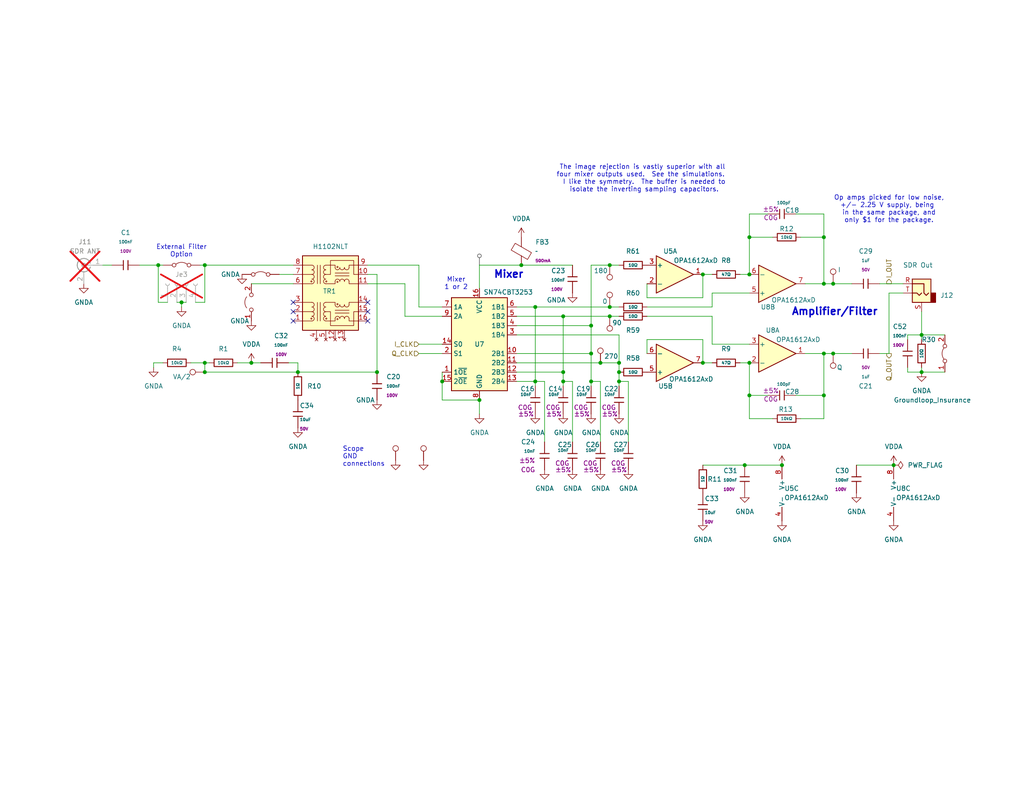
<source format=kicad_sch>
(kicad_sch (version 20250114) (generator "eeschema") (generator_version "9.0")
  (paper "USLetter")
  (title_block (date "2026-01-11") (rev "0.1"))
  (text "Mixer\n1 or 2" (at 124.46 77.47 0) (effects (font (size 1.27 1.27))))
  (text "Op amps picked for low noise,\n+/- 2.25 V supply, being \nin the same package, and\nonly $1 for the package." (at 242.57 57.15 0) (effects (font (size 1.27 1.27))))
  (text "External Filter\nOption" (at 49.53 68.58 0) (effects (font (size 1.27 1.27))))
  (text "The image rejection is vastly superior with all \nfour mixer outputs used.  See the simulations.  \nI like the symmetry.  The buffer is needed to\nisolate the inverting sampling capacitors." (at 175.768 48.768 0) (effects (font (size 1.27 1.27))))
  (text "Mixer" (at 134.62 76.2 0) (effects (font (size 2.0066 2.0066) (thickness 0.4013) (bold yes)) (justify left bottom)))
  (text "Scope \nGND\nconnections" (at 93.472 127.508 0) (effects (font (size 1.27 1.27)) (justify left bottom)))
  (text "Amplifier/Filter\n" (at 215.9 86.36 0) (effects (font (size 2.0066 2.0066) (thickness 0.4013) (bold yes)) (justify left bottom)))
  (junction (at 81.28 101.6))
  (junction (at 203.2 127))
  (junction (at 168.91 99.06))
  (junction (at 43.18 72.39))
  (junction (at 142.24 72.39))
  (junction (at 168.91 101.6))
  (junction (at 153.67 101.6))
  (junction (at 191.77 99.06))
  (junction (at 161.29 96.52))
  (junction (at 55.88 99.06))
  (junction (at 204.47 99.06))
  (junction (at 49.53 82.55))
  (junction (at 224.79 64.77))
  (junction (at 146.05 104.14))
  (junction (at 168.91 104.14))
  (junction (at 227.33 77.47))
  (junction (at 224.79 96.52))
  (junction (at 204.47 107.95))
  (junction (at 224.79 107.95))
  (junction (at 161.29 104.14))
  (junction (at 204.47 74.93))
  (junction (at 204.47 64.77))
  (junction (at 161.29 88.9))
  (junction (at 146.05 83.82))
  (junction (at 251.46 101.6))
  (junction (at 153.67 86.36))
  (junction (at 213.36 127))
  (junction (at 68.58 99.06))
  (junction (at 153.67 104.14))
  (junction (at 55.88 72.39))
  (junction (at 251.46 91.44))
  (junction (at 163.83 99.06))
  (junction (at 130.81 109.22))
  (junction (at 55.88 101.6))
  (junction (at 166.37 86.36))
  (junction (at 166.37 72.39))
  (junction (at 224.79 77.47))
  (junction (at 120.65 104.14))
  (junction (at 166.37 83.82))
  (junction (at 243.84 127))
  (junction (at 227.33 96.52))
  (junction (at 102.87 101.6))
  (junction (at 191.77 74.93))
  (no_connect (at 100.33 87.63))
  (no_connect (at 80.01 87.63))
  (no_connect (at 80.01 85.09))
  (no_connect (at 100.33 85.09))
  (no_connect (at 100.33 82.55))
  (no_connect (at 80.01 82.55))
  (wire (pts (xy 204.47 64.77) (xy 204.47 74.93)))
  (wire (pts (xy 176.53 86.36) (xy 194.31 86.36)))
  (wire (pts (xy 191.77 74.93) (xy 191.77 81.28)))
  (wire (pts (xy 140.97 86.36) (xy 153.67 86.36)))
  (wire (pts (xy 100.33 77.47) (xy 110.49 77.47)))
  (wire (pts (xy 224.79 58.42) (xy 224.79 64.77)))
  (wire (pts (xy 110.49 77.47) (xy 110.49 86.36)))
  (wire (pts (xy 120.65 109.22) (xy 130.81 109.22)))
  (wire (pts (xy 191.77 99.06) (xy 194.31 99.06)))
  (wire (pts (xy 110.49 86.36) (xy 120.65 86.36)))
  (wire (pts (xy 120.65 101.6) (xy 120.65 104.14)))
  (wire (pts (xy 194.31 86.36) (xy 194.31 93.98)))
  (wire (pts (xy 204.47 107.95) (xy 204.47 114.3)))
  (wire (pts (xy 102.87 101.6) (xy 81.28 101.6)))
  (wire (pts (xy 251.46 101.6) (xy 257.81 101.6)))
  (wire (pts (xy 55.88 99.06) (xy 57.15 99.06)))
  (wire (pts (xy 247.65 92.71) (xy 247.65 91.44)))
  (wire (pts (xy 204.47 114.3) (xy 210.82 114.3)))
  (wire (pts (xy 140.97 91.44) (xy 168.91 91.44)))
  (wire (pts (xy 161.29 72.39) (xy 166.37 72.39)))
  (wire (pts (xy 204.47 64.77) (xy 204.47 58.42)))
  (wire (pts (xy 240.03 77.47) (xy 246.38 77.47)))
  (wire (pts (xy 53.34 82.55) (xy 55.88 82.55)))
  (wire (pts (xy 140.97 101.6) (xy 153.67 101.6)))
  (wire (pts (xy 163.83 99.06) (xy 168.91 99.06)))
  (wire (pts (xy 224.79 107.95) (xy 224.79 114.3)))
  (wire (pts (xy 191.77 74.93) (xy 194.31 74.93)))
  (wire (pts (xy 130.81 78.74) (xy 130.81 72.39)))
  (wire (pts (xy 242.57 80.01) (xy 246.38 80.01)))
  (wire (pts (xy 45.72 82.55) (xy 43.18 82.55)))
  (wire (pts (xy 176.53 81.28) (xy 191.77 81.28)))
  (wire (pts (xy 146.05 83.82) (xy 146.05 104.14)))
  (wire (pts (xy 55.88 82.55) (xy 55.88 72.39)))
  (wire (pts (xy 161.29 88.9) (xy 161.29 72.39)))
  (wire (pts (xy 140.97 96.52) (xy 161.29 96.52)))
  (wire (pts (xy 168.91 105.41) (xy 168.91 104.14)))
  (wire (pts (xy 140.97 104.14) (xy 146.05 104.14)))
  (wire (pts (xy 227.33 77.47) (xy 232.41 77.47)))
  (wire (pts (xy 166.37 86.36) (xy 168.91 86.36)))
  (wire (pts (xy 251.46 92.71) (xy 251.46 91.44)))
  (wire (pts (xy 153.67 101.6) (xy 153.67 104.14)))
  (wire (pts (xy 191.77 92.71) (xy 176.53 92.71)))
  (wire (pts (xy 242.57 80.01) (xy 242.57 96.52)))
  (wire (pts (xy 191.77 127) (xy 203.2 127)))
  (wire (pts (xy 68.58 77.47) (xy 80.01 77.47)))
  (wire (pts (xy 148.59 120.65) (xy 148.59 104.14)))
  (wire (pts (xy 153.67 86.36) (xy 166.37 86.36)))
  (wire (pts (xy 168.91 99.06) (xy 168.91 101.6)))
  (wire (pts (xy 100.33 74.93) (xy 102.87 74.93)))
  (wire (pts (xy 161.29 105.41) (xy 161.29 104.14)))
  (wire (pts (xy 140.97 83.82) (xy 146.05 83.82)))
  (wire (pts (xy 227.33 96.52) (xy 232.41 96.52)))
  (wire (pts (xy 71.12 99.06) (xy 68.58 99.06)))
  (wire (pts (xy 224.79 107.95) (xy 224.79 96.52)))
  (wire (pts (xy 114.3 83.82) (xy 114.3 72.39)))
  (wire (pts (xy 217.17 107.95) (xy 224.79 107.95)))
  (wire (pts (xy 54.61 72.39) (xy 55.88 72.39)))
  (wire (pts (xy 257.81 91.44) (xy 251.46 91.44)))
  (wire (pts (xy 224.79 96.52) (xy 227.33 96.52)))
  (wire (pts (xy 156.21 120.65) (xy 156.21 104.14)))
  (wire (pts (xy 55.88 72.39) (xy 80.01 72.39)))
  (wire (pts (xy 153.67 86.36) (xy 153.67 101.6)))
  (wire (pts (xy 247.65 100.33) (xy 247.65 101.6)))
  (wire (pts (xy 251.46 100.33) (xy 251.46 101.6)))
  (wire (pts (xy 176.53 83.82) (xy 194.31 83.82)))
  (wire (pts (xy 218.44 64.77) (xy 224.79 64.77)))
  (wire (pts (xy 41.91 99.06) (xy 41.91 100.33)))
  (wire (pts (xy 194.31 80.01) (xy 204.47 80.01)))
  (wire (pts (xy 120.65 83.82) (xy 114.3 83.82)))
  (wire (pts (xy 146.05 104.14) (xy 146.05 105.41)))
  (wire (pts (xy 130.81 72.39) (xy 142.24 72.39)))
  (wire (pts (xy 41.91 99.06) (xy 44.45 99.06)))
  (wire (pts (xy 204.47 107.95) (xy 209.55 107.95)))
  (wire (pts (xy 81.28 99.06) (xy 81.28 101.6)))
  (wire (pts (xy 168.91 91.44) (xy 168.91 99.06)))
  (wire (pts (xy 201.93 74.93) (xy 204.47 74.93)))
  (wire (pts (xy 247.65 91.44) (xy 251.46 91.44)))
  (wire (pts (xy 55.88 99.06) (xy 52.07 99.06)))
  (wire (pts (xy 204.47 58.42) (xy 209.55 58.42)))
  (wire (pts (xy 203.2 127) (xy 213.36 127)))
  (wire (pts (xy 168.91 104.14) (xy 171.45 104.14)))
  (wire (pts (xy 130.81 109.22) (xy 130.81 113.03)))
  (wire (pts (xy 55.88 101.6) (xy 55.88 99.06)))
  (wire (pts (xy 166.37 83.82) (xy 168.91 83.82)))
  (wire (pts (xy 171.45 120.65) (xy 171.45 104.14)))
  (wire (pts (xy 76.2 74.93) (xy 80.01 74.93)))
  (wire (pts (xy 48.26 82.55) (xy 49.53 82.55)))
  (wire (pts (xy 43.18 82.55) (xy 43.18 72.39)))
  (wire (pts (xy 146.05 83.82) (xy 166.37 83.82)))
  (wire (pts (xy 217.17 58.42) (xy 224.79 58.42)))
  (wire (pts (xy 176.53 92.71) (xy 176.53 96.52)))
  (wire (pts (xy 161.29 104.14) (xy 161.29 96.52)))
  (wire (pts (xy 148.59 104.14) (xy 146.05 104.14)))
  (wire (pts (xy 247.65 101.6) (xy 251.46 101.6)))
  (wire (pts (xy 191.77 99.06) (xy 191.77 92.71)))
  (wire (pts (xy 224.79 77.47) (xy 227.33 77.47)))
  (wire (pts (xy 27.94 72.39) (xy 30.48 72.39)))
  (wire (pts (xy 233.68 127) (xy 243.84 127)))
  (wire (pts (xy 100.33 72.39) (xy 114.3 72.39)))
  (wire (pts (xy 114.3 96.52) (xy 120.65 96.52)))
  (wire (pts (xy 194.31 83.82) (xy 194.31 80.01)))
  (wire (pts (xy 49.53 82.55) (xy 50.8 82.55)))
  (wire (pts (xy 240.03 96.52) (xy 242.57 96.52)))
  (wire (pts (xy 102.87 74.93) (xy 102.87 101.6)))
  (wire (pts (xy 251.46 85.09) (xy 251.46 91.44)))
  (wire (pts (xy 114.3 93.98) (xy 120.65 93.98)))
  (wire (pts (xy 166.37 72.39) (xy 168.91 72.39)))
  (wire (pts (xy 176.53 77.47) (xy 176.53 81.28)))
  (wire (pts (xy 140.97 88.9) (xy 161.29 88.9)))
  (wire (pts (xy 43.18 72.39) (xy 44.45 72.39)))
  (wire (pts (xy 219.71 77.47) (xy 224.79 77.47)))
  (wire (pts (xy 219.71 96.52) (xy 224.79 96.52)))
  (wire (pts (xy 120.65 104.14) (xy 120.65 109.22)))
  (wire (pts (xy 163.83 104.14) (xy 161.29 104.14)))
  (wire (pts (xy 49.53 82.55) (xy 49.53 83.82)))
  (wire (pts (xy 156.21 104.14) (xy 153.67 104.14)))
  (wire (pts (xy 194.31 93.98) (xy 204.47 93.98)))
  (wire (pts (xy 78.74 99.06) (xy 81.28 99.06)))
  (wire (pts (xy 224.79 64.77) (xy 224.79 77.47)))
  (wire (pts (xy 161.29 96.52) (xy 161.29 88.9)))
  (wire (pts (xy 201.93 99.06) (xy 204.47 99.06)))
  (wire (pts (xy 218.44 114.3) (xy 224.79 114.3)))
  (wire (pts (xy 140.97 99.06) (xy 163.83 99.06)))
  (wire (pts (xy 204.47 64.77) (xy 210.82 64.77)))
  (wire (pts (xy 163.83 120.65) (xy 163.83 104.14)))
  (wire (pts (xy 142.24 72.39) (xy 156.21 72.39)))
  (wire (pts (xy 81.28 101.6) (xy 55.88 101.6)))
  (wire (pts (xy 204.47 99.06) (xy 204.47 107.95)))
  (wire (pts (xy 168.91 104.14) (xy 168.91 101.6)))
  (wire (pts (xy 64.77 99.06) (xy 68.58 99.06)))
  (wire (pts (xy 38.1 72.39) (xy 43.18 72.39)))
  (wire (pts (xy 153.67 104.14) (xy 153.67 105.41)))
  (hierarchical_label "I_OUT" (shape output) (at 242.57 77.47 90))
  (hierarchical_label "Q_CLK" (shape input) (at 114.3 96.52 180))
  (hierarchical_label "Q_OUT" (shape output) (at 242.57 96.52 270))
  (hierarchical_label "I_CLK" (shape input) (at 114.3 93.98 180))
  (netclass_flag "" (length 2.54) (shape round) (at 130.81 72.39 0) (property "Netclass" "5V0" (effects (hide yes))))
  (symbol (lib_id "power:GNDA") (at 68.58 87.63 0) (unit 1)
    (property "Reference" "#PWR021" (effects (hide yes)))
    (property "Value" "GNDA" (at 65.405 87.63 0))
  )
  (symbol (lib_id "power:VDDA") (at 142.24 64.77 0) (unit 1)
    (property "Reference" "#PWR028" (effects (hide yes)))
    (property "Value" "VDDA" (at 142.24 59.69 0))
  )
  (symbol (lib_id "power:GNDA") (at 171.45 128.27 0) (unit 1)
    (property "Reference" "#PWR037" (effects (hide yes)))
    (property "Value" "GNDA" (at 171.45 133.35 0))
  )
  (symbol (lib_name "GND_1") (lib_id "power:GND") (at 107.95 125.73 0) (unit 1)
    (property "Reference" "#PWR025" (effects (hide yes)))
    (property "Value" "GND" (effects (hide yes)))
  )
  (symbol (lib_id "PCM_JLCPCB-Capacitors:0603,330pF") (at 146.05 109.22 0) (unit 1)
    (property "Reference" "C16" (at 141.986 106.172 0) (effects (justify left)))
    (property "Value" "10nF" (at 141.986 107.696 0) (effects (font (size 0.8 0.8)) (justify left)))
    (property "Footprint" "PCM_JLCPCB:C_0603" (effects (hide yes)))
    (property "Datasheet" "10nF 50V C0G ±5% 0603 Multilayer Ceramic Capacitors MLCC - SMD/SMT ROHS" (effects (hide yes)))
    (property "Description" "50V 330pF C0G ±5% 0603 Multilayer Ceramic Capacitors MLCC - SMD/SMT ROHS" (effects (hide yes)))
    (property "LCSC" "C1664" (effects (hide yes)))
    (property "Stock" "352516" (effects (hide yes)))
    (property "Price" "0.010USD" (effects (hide yes)))
    (property "Process" "SMT" (effects (hide yes)))
    (property "Minimum Qty" "1" (effects (hide yes)))
    (property "Class" "Basic Component" (effects (hide yes)))
    (property "Category" "C0CG" (effects (hide yes)))
    (property "Voltage Rated" "50V" (effects (hide yes)))
    (property "Tolerance" "±5%" (at 143.51 113.03 0))
    (property "Capacitance" "10nF" (effects (hide yes)))
    (property "Temperature Coefficient" "C0G" (at 143.256 111.252 0))
  )
  (symbol (lib_id "PCM_JLCPCB-Capacitors:0603,330pF") (at 171.45 124.46 0) (unit 1)
    (property "Reference" "C27" (at 167.386 121.412 0) (effects (justify left)))
    (property "Value" "10nF" (at 167.386 122.936 0) (effects (font (size 0.8 0.8)) (justify left)))
    (property "Footprint" "PCM_JLCPCB:C_0603" (effects (hide yes)))
    (property "Datasheet" "10nF 50V C0G ±5% 0603 Multilayer Ceramic Capacitors MLCC - SMD/SMT ROHS" (effects (hide yes)))
    (property "Description" "50V 330pF C0G ±5% 0603 Multilayer Ceramic Capacitors MLCC - SMD/SMT ROHS" (effects (hide yes)))
    (property "LCSC" "C1664" (effects (hide yes)))
    (property "Stock" "352516" (effects (hide yes)))
    (property "Price" "0.010USD" (effects (hide yes)))
    (property "Process" "SMT" (effects (hide yes)))
    (property "Minimum Qty" "1" (effects (hide yes)))
    (property "Class" "Basic Component" (effects (hide yes)))
    (property "Category" "C0CG" (effects (hide yes)))
    (property "Voltage Rated" "50V" (effects (hide yes)))
    (property "Tolerance" "±5%" (at 168.91 128.27 0))
    (property "Capacitance" "10nF" (effects (hide yes)))
    (property "Temperature Coefficient" "C0G" (at 168.656 126.492 0))
  )
  (symbol (lib_id "Connector:Conn_Coaxial") (at 22.86 72.39 0) (mirror y) (unit 1) (dnp yes)
    (property "Reference" "J11" (at 23.1774 66.04 0))
    (property "Value" "SDR ANT" (at 23.1774 68.58 0))
    (property "Footprint" "Connector_Coaxial:BNC_TEConnectivity_1478204_Vertical" (effects (hide yes)))
  )
  (symbol (lib_id "PCM_JLCPCB-Resistors:0805,10kΩ") (at 48.26 99.06 90) (unit 1)
    (property "Reference" "R4" (at 48.26 95.25 90))
    (property "Value" "10kΩ" (at 48.26 99.06 90) (effects (font (size 0.8 0.8))))
    (property "Footprint" "PCM_JLCPCB:R_0805" (effects (hide yes)))
    (property "Datasheet" "https://www.lcsc.com/datasheet/lcsc_datasheet_2411221126_UNI-ROYAL-Uniroyal-Elec-0805W8F1002T5E_C17414.pdf" (effects (hide yes)))
    (property "Description" "125mW Thick Film Resistors 150V ±100ppm/°C ±1% 10kΩ 0805 Chip Resistor - Surface Mount ROHS" (effects (hide yes)))
    (property "LCSC" "C17414" (effects (hide yes)))
    (property "Stock" "12301172" (effects (hide yes)))
    (property "Price" "0.005USD" (effects (hide yes)))
    (property "Process" "SMT" (effects (hide yes)))
    (property "Minimum Qty" "20" (effects (hide yes)))
    (property "Attrition Qty" "10" (effects (hide yes)))
    (property "Class" "Basic Component" (effects (hide yes)))
    (property "Category" "Resistors,Chip Resistor - Surface Mount" (effects (hide yes)))
    (property "Manufacturer" "UNI-ROYAL(Uniroyal Elec)" (effects (hide yes)))
    (property "Part" "0805W8F1002T5E" (effects (hide yes)))
    (property "Resistance" "10kΩ" (effects (hide yes)))
    (property "Power(Watts)" "125mW" (effects (hide yes)))
    (property "Type" "Thick Film Resistors" (effects (hide yes)))
    (property "Overload Voltage (Max)" "150V" (effects (hide yes)))
    (property "Operating Temperature Range" "-55°C~+155°C" (effects (hide yes)))
    (property "Tolerance" "±1%" (effects (hide yes)))
    (property "Temperature Coefficient" "±100ppm/°C" (effects (hide yes)))
  )
  (symbol (lib_id "PCM_JLCPCB-Resistors:0402,10Ω") (at 172.72 72.39 90) (unit 1)
    (property "Reference" "R61" (at 172.72 68.58 90))
    (property "Value" "10Ω" (at 172.72 72.39 90) (effects (font (size 0.8 0.8))))
    (property "Footprint" "PCM_JLCPCB:R_0402" (effects (hide yes)))
    (property "Datasheet" "https://www.lcsc.com/datasheet/lcsc_datasheet_2411221126_UNI-ROYAL-Uniroyal-Elec-0402WGF100JTCE_C25077.pdf" (effects (hide yes)))
    (property "Description" "62.5mW Thick Film Resistors 50V ±1% ±200ppm/°C 10Ω 0402 Chip Resistor - Surface Mount ROHS" (effects (hide yes)))
    (property "LCSC" "C25077" (effects (hide yes)))
    (property "Stock" "4873481" (effects (hide yes)))
    (property "Price" "0.004USD" (effects (hide yes)))
    (property "Process" "SMT" (effects (hide yes)))
    (property "Minimum Qty" "20" (effects (hide yes)))
    (property "Attrition Qty" "10" (effects (hide yes)))
    (property "Class" "Basic Component" (effects (hide yes)))
    (property "Category" "Resistors,Chip Resistor - Surface Mount" (effects (hide yes)))
    (property "Manufacturer" "UNI-ROYAL(Uniroyal Elec)" (effects (hide yes)))
    (property "Part" "0402WGF100JTCE" (effects (hide yes)))
    (property "Resistance" "10Ω" (effects (hide yes)))
    (property "Power(Watts)" "62.5mW" (effects (hide yes)))
    (property "Type" "Thick Film Resistors" (effects (hide yes)))
    (property "Overload Voltage (Max)" "50V" (effects (hide yes)))
    (property "Operating Temperature Range" "-55°C~+155°C" (effects (hide yes)))
    (property "Tolerance" "±1%" (effects (hide yes)))
    (property "Temperature Coefficient" "±200ppm/°C" (effects (hide yes)))
  )
  (symbol (lib_id "Connector:TestPoint") (at 55.88 101.6 90) (unit 1)
    (property "Reference" "TP11" (effects (hide yes)))
    (property "Value" "VA/2" (at 52.07 102.87 90) (effects (justify left)))
    (property "Footprint" "TestPoint:TestPoint_THTPad_D1.5mm_Drill0.7mm" (effects (hide yes)))
  )
  (symbol (lib_id "Connector:TestPoint") (at 227.33 77.47 0) (unit 1)
    (property "Reference" "TP17" (effects (hide yes)))
    (property "Value" "I" (at 228.6 73.66 0) (effects (justify left)))
    (property "Footprint" "TestPoint:TestPoint_THTPad_D1.5mm_Drill0.7mm" (effects (hide yes)))
  )
  (symbol (lib_id "power:GNDA") (at 213.36 142.24 0) (unit 1)
    (property "Reference" "#PWR041" (effects (hide yes)))
    (property "Value" "GNDA" (at 213.36 147.32 0))
  )
  (symbol (lib_id "PCM_JLCPCB-Capacitors:0805,100nF") (at 233.68 130.81 180) (unit 1)
    (property "Reference" "C30" (at 227.838 128.5239 0) (effects (justify right)))
    (property "Value" "100nF" (at 227.838 131.064 0) (effects (font (size 0.8 0.8)) (justify right)))
    (property "Footprint" "PCM_JLCPCB:C_0805" (effects (hide yes)))
    (property "Datasheet" "https://www.lcsc.com/datasheet/lcsc_datasheet_2304140030_Samsung-Electro-Mechanics-CL21B104KCFNNNE_C28233.pdf" (effects (hide yes)))
    (property "Description" "100V 100nF X7R ±10% 0805 Multilayer Ceramic Capacitors MLCC - SMD/SMT ROHS" (effects (hide yes)))
    (property "LCSC" "C28233" (effects (hide yes)))
    (property "Stock" "1168020" (effects (hide yes)))
    (property "Price" "0.009USD" (effects (hide yes)))
    (property "Process" "SMT" (effects (hide yes)))
    (property "Minimum Qty" "20" (effects (hide yes)))
    (property "Attrition Qty" "10" (effects (hide yes)))
    (property "Class" "Basic Component" (effects (hide yes)))
    (property "Category" "Capacitors,Multilayer Ceramic Capacitors MLCC - SMD/SMT" (effects (hide yes)))
    (property "Manufacturer" "Samsung Electro-Mechanics" (effects (hide yes)))
    (property "Part" "CL21B104KCFNNNE" (effects (hide yes)))
    (property "Voltage Rated" "100V" (at 227.838 133.604 0) (effects (font (size 0.8 0.8)) (justify right)))
    (property "Tolerance" "±10%" (effects (hide yes)))
    (property "Capacitance" "100nF" (effects (hide yes)))
    (property "Temperature Coefficient" "X7R" (effects (hide yes)))
  )
  (symbol (lib_id "power:VDDA") (at 213.36 127 0) (unit 1)
    (property "Reference" "#PWR040" (effects (hide yes)))
    (property "Value" "VDDA" (at 213.36 121.92 0))
  )
  (symbol (lib_id "power:GNDA") (at 156.21 80.01 0) (unit 1)
    (property "Reference" "#PWR032" (effects (hide yes)))
    (property "Value" "GNDA" (at 151.765 81.915 0))
  )
  (symbol (lib_id "Transformer:PT61017PEL") (at 90.17 80.01 0) (unit 1)
    (property "Reference" "TR1" (at 89.916 79.502 0))
    (property "Value" "H1102NLT" (at 90.17 67.31 0))
    (property "Footprint" "Intro_to_CAD:XFMR_H1102NLT" (effects (hide yes)))
    (property "Datasheet" "https://jlcpcb.com/api/file/downloadByFileSystemAccessId/8590909348199538688" (effects (hide yes)))
    (property "Description" "Ethernet LAN 10/100 Base-Tx Transformer with Center Taps" (effects (hide yes)))
    (property "LCSC" "C20623173" (effects (hide yes)))
  )
  (symbol (lib_id "PCM_JLCPCB-Resistors:0805,47Ω") (at 198.12 74.93 90) (unit 1)
    (property "Reference" "R8" (at 198.12 71.12 90))
    (property "Value" "47Ω" (at 198.12 74.93 90) (effects (font (size 0.8 0.8))))
    (property "Footprint" "PCM_JLCPCB:R_0805" (effects (hide yes)))
    (property "Datasheet" "https://www.lcsc.com/datasheet/lcsc_datasheet_2206010200_UNI-ROYAL-Uniroyal-Elec-0805W8F470JT5E_C17714.pdf" (effects (hide yes)))
    (property "Description" "125mW Thick Film Resistors 150V ±1% ±200ppm/°C 47Ω 0805 Chip Resistor - Surface Mount ROHS" (effects (hide yes)))
    (property "LCSC" "C17714" (effects (hide yes)))
    (property "Stock" "284364" (effects (hide yes)))
    (property "Price" "0.005USD" (effects (hide yes)))
    (property "Process" "SMT" (effects (hide yes)))
    (property "Minimum Qty" "20" (effects (hide yes)))
    (property "Attrition Qty" "10" (effects (hide yes)))
    (property "Class" "Basic Component" (effects (hide yes)))
    (property "Category" "Resistors,Chip Resistor - Surface Mount" (effects (hide yes)))
    (property "Manufacturer" "UNI-ROYAL(Uniroyal Elec)" (effects (hide yes)))
    (property "Part" "0805W8F470JT5E" (effects (hide yes)))
    (property "Resistance" "47Ω" (effects (hide yes)))
    (property "Power(Watts)" "125mW" (effects (hide yes)))
    (property "Type" "Thick Film Resistors" (effects (hide yes)))
    (property "Overload Voltage (Max)" "150V" (effects (hide yes)))
    (property "Operating Temperature Range" "-55°C~+155°C" (effects (hide yes)))
    (property "Tolerance" "±1%" (effects (hide yes)))
    (property "Temperature Coefficient" "±200ppm/°C" (effects (hide yes)))
  )
  (symbol (lib_id "PCM_JLCPCB-Capacitors:0805,100nF") (at 74.93 99.06 90) (unit 1)
    (property "Reference" "C32" (at 76.708 91.694 90))
    (property "Value" "100nF" (at 76.708 94.234 90) (effects (font (size 0.8 0.8))))
    (property "Footprint" "PCM_JLCPCB:C_0805" (effects (hide yes)))
    (property "Datasheet" "https://www.lcsc.com/datasheet/lcsc_datasheet_2304140030_Samsung-Electro-Mechanics-CL21B104KCFNNNE_C28233.pdf" (effects (hide yes)))
    (property "Description" "100V 100nF X7R ±10% 0805 Multilayer Ceramic Capacitors MLCC - SMD/SMT ROHS" (effects (hide yes)))
    (property "LCSC" "C28233" (effects (hide yes)))
    (property "Stock" "1168020" (effects (hide yes)))
    (property "Price" "0.009USD" (effects (hide yes)))
    (property "Process" "SMT" (effects (hide yes)))
    (property "Minimum Qty" "20" (effects (hide yes)))
    (property "Attrition Qty" "10" (effects (hide yes)))
    (property "Class" "Basic Component" (effects (hide yes)))
    (property "Category" "Capacitors,Multilayer Ceramic Capacitors MLCC - SMD/SMT" (effects (hide yes)))
    (property "Manufacturer" "Samsung Electro-Mechanics" (effects (hide yes)))
    (property "Part" "CL21B104KCFNNNE" (effects (hide yes)))
    (property "Voltage Rated" "100V" (at 76.708 96.774 90) (effects (font (size 0.8 0.8))))
    (property "Tolerance" "±10%" (effects (hide yes)))
    (property "Capacitance" "100nF" (effects (hide yes)))
    (property "Temperature Coefficient" "X7R" (effects (hide yes)))
  )
  (symbol (lib_id "power:VDDA") (at 68.58 99.06 0) (unit 1)
    (property "Reference" "#PWR022" (effects (hide yes)))
    (property "Value" "VDDA" (at 68.58 93.98 0))
  )
  (symbol (lib_id "power:GNDA") (at 148.59 128.27 0) (unit 1)
    (property "Reference" "#PWR030" (effects (hide yes)))
    (property "Value" "GNDA" (at 148.59 133.35 0))
  )
  (symbol (lib_id "PCM_JLCPCB-Resistors:0805,10kΩ") (at 214.63 114.3 90) (unit 1)
    (property "Reference" "R13" (at 214.376 111.76 90))
    (property "Value" "10kΩ" (at 214.63 114.3 90) (effects (font (size 0.8 0.8))))
    (property "Footprint" "PCM_JLCPCB:R_0805" (effects (hide yes)))
    (property "Datasheet" "https://www.lcsc.com/datasheet/lcsc_datasheet_2411221126_UNI-ROYAL-Uniroyal-Elec-0805W8F1002T5E_C17414.pdf" (effects (hide yes)))
    (property "Description" "125mW Thick Film Resistors 150V ±100ppm/°C ±1% 10kΩ 0805 Chip Resistor - Surface Mount ROHS" (effects (hide yes)))
    (property "LCSC" "C17414" (effects (hide yes)))
    (property "Stock" "12301172" (effects (hide yes)))
    (property "Price" "0.005USD" (effects (hide yes)))
    (property "Process" "SMT" (effects (hide yes)))
    (property "Minimum Qty" "20" (effects (hide yes)))
    (property "Attrition Qty" "10" (effects (hide yes)))
    (property "Class" "Basic Component" (effects (hide yes)))
    (property "Category" "Resistors,Chip Resistor - Surface Mount" (effects (hide yes)))
    (property "Manufacturer" "UNI-ROYAL(Uniroyal Elec)" (effects (hide yes)))
    (property "Part" "0805W8F1002T5E" (effects (hide yes)))
    (property "Resistance" "10kΩ" (effects (hide yes)))
    (property "Power(Watts)" "125mW" (effects (hide yes)))
    (property "Type" "Thick Film Resistors" (effects (hide yes)))
    (property "Overload Voltage (Max)" "150V" (effects (hide yes)))
    (property "Operating Temperature Range" "-55°C~+155°C" (effects (hide yes)))
    (property "Tolerance" "±1%" (effects (hide yes)))
    (property "Temperature Coefficient" "±100ppm/°C" (effects (hide yes)))
  )
  (symbol (lib_id "PCM_JLCPCB-Capacitors:0805,100nF") (at 247.65 96.52 180) (unit 1)
    (property "Reference" "C52" (at 243.586 89.1539 0) (effects (justify right)))
    (property "Value" "100nF" (at 243.586 91.694 0) (effects (font (size 0.8 0.8)) (justify right)))
    (property "Footprint" "PCM_JLCPCB:C_0805" (effects (hide yes)))
    (property "Datasheet" "https://www.lcsc.com/datasheet/lcsc_datasheet_2304140030_Samsung-Electro-Mechanics-CL21B104KCFNNNE_C28233.pdf" (effects (hide yes)))
    (property "Description" "100V 100nF X7R ±10% 0805 Multilayer Ceramic Capacitors MLCC - SMD/SMT ROHS" (effects (hide yes)))
    (property "LCSC" "C28233" (effects (hide yes)))
    (property "Stock" "1168020" (effects (hide yes)))
    (property "Price" "0.009USD" (effects (hide yes)))
    (property "Process" "SMT" (effects (hide yes)))
    (property "Minimum Qty" "20" (effects (hide yes)))
    (property "Attrition Qty" "10" (effects (hide yes)))
    (property "Class" "Basic Component" (effects (hide yes)))
    (property "Category" "Capacitors,Multilayer Ceramic Capacitors MLCC - SMD/SMT" (effects (hide yes)))
    (property "Manufacturer" "Samsung Electro-Mechanics" (effects (hide yes)))
    (property "Part" "CL21B104KCFNNNE" (effects (hide yes)))
    (property "Voltage Rated" "100V" (at 243.586 94.234 0) (effects (font (size 0.8 0.8)) (justify right)))
    (property "Tolerance" "±10%" (effects (hide yes)))
    (property "Capacitance" "100nF" (effects (hide yes)))
    (property "Temperature Coefficient" "X7R" (effects (hide yes)))
  )
  (symbol (lib_id "PCM_JLCPCB-Capacitors:1206,10uF") (at 81.28 113.03 0) (unit 1)
    (property "Reference" "C34" (at 81.788 110.744 0) (effects (justify left)))
    (property "Value" "10uF" (at 81.788 114.554 0) (effects (font (size 0.8 0.8)) (justify left)))
    (property "Footprint" "PCM_JLCPCB:C_1206" (effects (hide yes)))
    (property "Datasheet" "https://www.lcsc.com/datasheet/lcsc_datasheet_2304140030_Samsung-Electro-Mechanics-CL31A106KBHNNNE_C13585.pdf" (effects (hide yes)))
    (property "Description" "50V 10uF X5R ±10% 1206 Multilayer Ceramic Capacitors MLCC - SMD/SMT ROHS" (effects (hide yes)))
    (property "LCSC" "C13585" (effects (hide yes)))
    (property "Stock" "3698334" (effects (hide yes)))
    (property "Price" "0.035USD" (effects (hide yes)))
    (property "Process" "SMT" (effects (hide yes)))
    (property "Minimum Qty" "5" (effects (hide yes)))
    (property "Attrition Qty" "4" (effects (hide yes)))
    (property "Class" "Basic Component" (effects (hide yes)))
    (property "Category" "Capacitors,Multilayer Ceramic Capacitors MLCC - SMD/SMT" (effects (hide yes)))
    (property "Manufacturer" "Samsung Electro-Mechanics" (effects (hide yes)))
    (property "Part" "CL31A106KBHNNNE" (effects (hide yes)))
    (property "Voltage Rated" "50V" (at 81.788 117.094 0) (effects (font (size 0.8 0.8)) (justify left)))
    (property "Tolerance" "±10%" (effects (hide yes)))
    (property "Capacitance" "10uF" (effects (hide yes)))
    (property "Temperature Coefficient" "X5R" (effects (hide yes)))
  )
  (symbol (lib_id "power:GNDA") (at 233.68 134.62 0) (unit 1)
    (property "Reference" "#PWR042" (effects (hide yes)))
    (property "Value" "GNDA" (at 233.68 139.7 0))
  )
  (symbol (lib_id "Jumper:Jumper_2_Bridged") (at 49.53 72.39 0) (unit 1) (exclude_from_sim yes)
    (property "Reference" "JP86" (effects (hide yes)))
    (property "Value" "Jumper_2_Bridged" (effects (hide yes)))
    (property "Footprint" "Jumper:SolderJumper-2_P1.3mm_Bridged2Bar_RoundedPad1.0x1.5mm" (effects (hide yes)))
    (property "Description" "Jumper, 2-pole, closed/bridged" (effects (hide yes)))
  )
  (symbol (lib_id "power:GNDA") (at 203.2 134.62 0) (unit 1)
    (property "Reference" "#PWR039" (effects (hide yes)))
    (property "Value" "GNDA" (at 203.2 139.7 0))
  )
  (symbol (lib_id "Jumper:Jumper_2_Open") (at 68.58 82.55 90) (unit 1)
    (property "Reference" "JP88" (effects (hide yes)))
    (property "Value" "GND_LP_SND" (effects (hide yes)))
    (property "Footprint" "Jumper:SolderJumper-2_P1.3mm_Open_RoundedPad1.0x1.5mm" (effects (hide yes)))
  )
  (symbol (lib_id "Connector_Audio:AudioJack2_Ground") (at 251.46 80.01 0) (mirror y) (unit 1)
    (property "Reference" "J12" (at 256.54 80.645 0) (effects (justify right)))
    (property "Value" "SDR Out" (at 246.38 72.39 0) (effects (justify right)))
    (property "Footprint" "Intro_to_CAD:Jack_3.5mm_CUI_SJ-3523-SMT_Horizontal" (effects (hide yes)))
    (property "Datasheet" "https://www.lcsc.com/datasheet/lcsc_datasheet_1811132022_BOOMELE-Boom-Precision-Elec-PJ-320B_C18594.pdf" (effects (hide yes)))
    (property "LCSC" "C18594" (effects (hide yes)))
  )
  (symbol (lib_id "Connector:TestPoint") (at 166.37 83.82 0) (unit 1)
    (property "Reference" "TP14" (effects (hide yes)))
    (property "Value" "0" (at 164.338 82.296 0) (effects (justify left)))
    (property "Footprint" "TestPoint:TestPoint_THTPad_D1.5mm_Drill0.7mm" (effects (hide yes)))
  )
  (symbol (lib_id "PCM_JLCPCB-Capacitors:0805,100nF") (at 102.87 105.41 180) (unit 1)
    (property "Reference" "C20" (at 105.41 102.8699 0) (effects (justify right)))
    (property "Value" "100nF" (at 105.41 105.41 0) (effects (font (size 0.8 0.8)) (justify right)))
    (property "Footprint" "PCM_JLCPCB:C_0805" (effects (hide yes)))
    (property "Datasheet" "https://www.lcsc.com/datasheet/lcsc_datasheet_2304140030_Samsung-Electro-Mechanics-CL21B104KCFNNNE_C28233.pdf" (effects (hide yes)))
    (property "Description" "100V 100nF X7R ±10% 0805 Multilayer Ceramic Capacitors MLCC - SMD/SMT ROHS" (effects (hide yes)))
    (property "LCSC" "C28233" (effects (hide yes)))
    (property "Stock" "1168020" (effects (hide yes)))
    (property "Price" "0.009USD" (effects (hide yes)))
    (property "Process" "SMT" (effects (hide yes)))
    (property "Minimum Qty" "20" (effects (hide yes)))
    (property "Attrition Qty" "10" (effects (hide yes)))
    (property "Class" "Basic Component" (effects (hide yes)))
    (property "Category" "Capacitors,Multilayer Ceramic Capacitors MLCC - SMD/SMT" (effects (hide yes)))
    (property "Manufacturer" "Samsung Electro-Mechanics" (effects (hide yes)))
    (property "Part" "CL21B104KCFNNNE" (effects (hide yes)))
    (property "Voltage Rated" "100V" (at 105.41 107.95 0) (effects (font (size 0.8 0.8)) (justify right)))
    (property "Tolerance" "±10%" (effects (hide yes)))
    (property "Capacitance" "100nF" (effects (hide yes)))
    (property "Temperature Coefficient" "X7R" (effects (hide yes)))
  )
  (symbol (lib_id "PCM_JLCPCB-Capacitors:0805,1uF") (at 236.22 96.52 270) (unit 1)
    (property "Reference" "C21" (at 236.22 105.41 90))
    (property "Value" "1uF" (at 236.22 102.87 90) (effects (font (size 0.8 0.8))))
    (property "Footprint" "PCM_JLCPCB:C_0805" (effects (hide yes)))
    (property "Datasheet" "https://www.lcsc.com/datasheet/lcsc_datasheet_2304140030_Samsung-Electro-Mechanics-CL21B105KBFNNNE_C28323.pdf" (effects (hide yes)))
    (property "Description" "50V 1uF X7R ±10% 0805 Multilayer Ceramic Capacitors MLCC - SMD/SMT ROHS" (effects (hide yes)))
    (property "LCSC" "C28323" (effects (hide yes)))
    (property "Stock" "4334256" (effects (hide yes)))
    (property "Price" "0.012USD" (effects (hide yes)))
    (property "Process" "SMT" (effects (hide yes)))
    (property "Minimum Qty" "20" (effects (hide yes)))
    (property "Attrition Qty" "10" (effects (hide yes)))
    (property "Class" "Basic Component" (effects (hide yes)))
    (property "Category" "Capacitors,Multilayer Ceramic Capacitors MLCC - SMD/SMT" (effects (hide yes)))
    (property "Manufacturer" "Samsung Electro-Mechanics" (effects (hide yes)))
    (property "Part" "CL21B105KBFNNNE" (effects (hide yes)))
    (property "Voltage Rated" "50V" (at 236.22 100.33 90) (effects (font (size 0.8 0.8))))
    (property "Tolerance" "±10%" (effects (hide yes)))
    (property "Capacitance" "1uF" (effects (hide yes)))
    (property "Temperature Coefficient" "X7R" (effects (hide yes)))
  )
  (symbol (lib_name "GND_1") (lib_id "power:GND") (at 115.57 125.73 0) (unit 1)
    (property "Reference" "#PWR026" (effects (hide yes)))
    (property "Value" "GND" (effects (hide yes)))
  )
  (symbol (lib_id "Amplifier_Operational:OPA1612AxD") (at 215.9 134.62 0) (unit 3)
    (property "Reference" "U5" (at 213.995 133.3499 0) (effects (justify left)))
    (property "Value" "OPA1612AxD" (at 213.995 135.8899 0) (effects (justify left)))
    (property "Footprint" "Package_SO:SOIC-8_3.9x4.9mm_P1.27mm" (effects (hide yes)))
    (property "Datasheet" "http://www.ti.com/lit/ds/symlink/opa1612.pdf" (effects (hide yes)))
    (property "Description" "Dual SoundPlus High Performance, Bipolar-Input Audio Operational Amplifiers, SOIC-8" (effects (hide yes)))
    (property "LCSC" "C94590" (effects (hide yes)))
    (property "JLC" "Extended" (effects (hide yes)))
    (property "JLCPCB Rotation Offset" "-90" (effects (hide yes)))
  )
  (symbol (lib_id "Connector:TestPoint") (at 163.83 99.06 0) (unit 1)
    (property "Reference" "TP7" (effects (hide yes)))
    (property "Value" "270" (at 164.846 97.282 0) (effects (justify left)))
    (property "Footprint" "TestPoint:TestPoint_THTPad_D1.5mm_Drill0.7mm" (effects (hide yes)))
  )
  (symbol (lib_id "power:GNDA") (at 130.81 113.03 0) (unit 1)
    (property "Reference" "#PWR027" (effects (hide yes)))
    (property "Value" "GNDA" (at 130.81 118.11 0))
  )
  (symbol (lib_id "Analog_Switch:SN74CBT3253") (at 130.81 93.98 0) (unit 1)
    (property "Reference" "U7" (at 130.81 93.98 0))
    (property "Value" "SN74CBT3253" (at 138.684 79.756 0))
    (property "Footprint" "Package_SO:SSOP-16_3.9x4.9mm_P0.635mm" (effects (hide yes)))
    (property "Datasheet" "https://jlcpcb.com/api/file/downloadByFileSystemAccessId/8588924046305714177" (effects (hide yes)))
    (property "LCSC" "C2674583" (effects (hide yes)))
    (property "JLC" "Extended" (effects (hide yes)))
    (property "JLCPCB Rotation Offset" "0" (effects (hide yes)))
  )
  (symbol (lib_id "PCM_JLCPCB-Resistors:0603,10Ω") (at 251.46 96.52 0) (unit 1)
    (property "Reference" "R30" (at 251.46 92.71 0) (effects (justify left)))
    (property "Value" "10Ω" (at 251.46 96.52 90) (effects (font (size 0.8 0.8))))
    (property "Footprint" "PCM_JLCPCB:R_0603" (effects (hide yes)))
    (property "Datasheet" "https://www.lcsc.com/datasheet/lcsc_datasheet_2206010130_UNI-ROYAL-Uniroyal-Elec-0603WAF100JT5E_C22859.pdf" (effects (hide yes)))
    (property "Description" "100mW Thick Film Resistors 75V ±1% ±400ppm/°C 10Ω 0603 Chip Resistor - Surface Mount ROHS" (effects (hide yes)))
    (property "LCSC" "C22859" (effects (hide yes)))
    (property "Stock" "5764851" (effects (hide yes)))
    (property "Price" "0.004USD" (effects (hide yes)))
    (property "Process" "SMT" (effects (hide yes)))
    (property "Minimum Qty" "20" (effects (hide yes)))
    (property "Attrition Qty" "10" (effects (hide yes)))
    (property "Class" "Basic Component" (effects (hide yes)))
    (property "Category" "Resistors,Chip Resistor - Surface Mount" (effects (hide yes)))
    (property "Manufacturer" "UNI-ROYAL(Uniroyal Elec)" (effects (hide yes)))
    (property "Part" "0603WAF100JT5E" (effects (hide yes)))
    (property "Resistance" "10Ω" (effects (hide yes)))
    (property "Power(Watts)" "100mW" (effects (hide yes)))
    (property "Type" "Thick Film Resistors" (effects (hide yes)))
    (property "Overload Voltage (Max)" "75V" (effects (hide yes)))
    (property "Operating Temperature Range" "-55°C~+155°C" (effects (hide yes)))
    (property "Tolerance" "±1%" (effects (hide yes)))
    (property "Temperature Coefficient" "±400ppm/°C" (effects (hide yes)))
  )
  (symbol (lib_id "PCM_JLCPCB-Resistors:0805,1Ω") (at 81.28 105.41 0) (unit 1)
    (property "Reference" "R10" (at 83.82 105.4099 0) (effects (justify left)))
    (property "Value" "1Ω" (at 81.28 105.41 90) (effects (font (size 0.8 0.8))))
    (property "Footprint" "PCM_JLCPCB:R_0805" (effects (hide yes)))
    (property "Datasheet" "https://www.lcsc.com/datasheet/lcsc_datasheet_2205311845_UNI-ROYAL-Uniroyal-Elec-0805W8F100KT5E_C25271.pdf" (effects (hide yes)))
    (property "Description" "125mW Thick Film Resistors 150V ±1% ±400ppm/°C 1Ω 0805 Chip Resistor - Surface Mount ROHS" (effects (hide yes)))
    (property "LCSC" "C25271" (effects (hide yes)))
    (property "Stock" "413540" (effects (hide yes)))
    (property "Price" "0.006USD" (effects (hide yes)))
    (property "Process" "SMT" (effects (hide yes)))
    (property "Minimum Qty" "20" (effects (hide yes)))
    (property "Attrition Qty" "10" (effects (hide yes)))
    (property "Class" "Basic Component" (effects (hide yes)))
    (property "Category" "Resistors,Chip Resistor - Surface Mount" (effects (hide yes)))
    (property "Manufacturer" "UNI-ROYAL(Uniroyal Elec)" (effects (hide yes)))
    (property "Part" "0805W8F100KT5E" (effects (hide yes)))
    (property "Resistance" "1Ω" (effects (hide yes)))
    (property "Power(Watts)" "125mW" (effects (hide yes)))
    (property "Type" "Thick Film Resistors" (effects (hide yes)))
    (property "Overload Voltage (Max)" "150V" (effects (hide yes)))
    (property "Operating Temperature Range" "-55°C~+155°C" (effects (hide yes)))
    (property "Tolerance" "±1%" (effects (hide yes)))
    (property "Temperature Coefficient" "±400ppm/°C" (effects (hide yes)))
  )
  (symbol (lib_id "PCM_JLCPCB-Capacitors:0603,330pF") (at 148.59 124.46 0) (unit 1)
    (property "Reference" "C24" (at 146.05 120.6499 0) (effects (justify right)))
    (property "Value" "10nF" (at 146.05 123.19 0) (effects (font (size 0.8 0.8)) (justify right)))
    (property "Footprint" "PCM_JLCPCB:C_0603" (effects (hide yes)))
    (property "Datasheet" "10nF 50V C0G ±5% 0603 Multilayer Ceramic Capacitors MLCC - SMD/SMT ROHS" (effects (hide yes)))
    (property "Description" "50V 330pF C0G ±5% 0603 Multilayer Ceramic Capacitors MLCC - SMD/SMT ROHS" (effects (hide yes)))
    (property "LCSC" "C1664" (effects (hide yes)))
    (property "Stock" "352516" (effects (hide yes)))
    (property "Price" "0.010USD" (effects (hide yes)))
    (property "Process" "SMT" (effects (hide yes)))
    (property "Minimum Qty" "1" (effects (hide yes)))
    (property "Class" "Basic Component" (effects (hide yes)))
    (property "Category" "C0CG" (effects (hide yes)))
    (property "Voltage Rated" "50V" (effects (hide yes)))
    (property "Tolerance" "±5%" (at 146.05 125.7299 0) (effects (justify right)))
    (property "Capacitance" "10nF" (effects (hide yes)))
    (property "Temperature Coefficient" "C0G" (at 146.05 128.2699 0) (effects (justify right)))
  )
  (symbol (lib_id "PCM_JLCPCB-Capacitors:0603,330pF") (at 163.83 124.46 0) (unit 1)
    (property "Reference" "C26" (at 159.766 121.412 0) (effects (justify left)))
    (property "Value" "10nF" (at 159.766 122.936 0) (effects (font (size 0.8 0.8)) (justify left)))
    (property "Footprint" "PCM_JLCPCB:C_0603" (effects (hide yes)))
    (property "Datasheet" "10nF 50V C0G ±5% 0603 Multilayer Ceramic Capacitors MLCC - SMD/SMT ROHS" (effects (hide yes)))
    (property "Description" "50V 330pF C0G ±5% 0603 Multilayer Ceramic Capacitors MLCC - SMD/SMT ROHS" (effects (hide yes)))
    (property "LCSC" "C1664" (effects (hide yes)))
    (property "Stock" "352516" (effects (hide yes)))
    (property "Price" "0.010USD" (effects (hide yes)))
    (property "Process" "SMT" (effects (hide yes)))
    (property "Minimum Qty" "1" (effects (hide yes)))
    (property "Class" "Basic Component" (effects (hide yes)))
    (property "Category" "C0CG" (effects (hide yes)))
    (property "Voltage Rated" "50V" (effects (hide yes)))
    (property "Tolerance" "±5%" (at 161.29 128.27 0))
    (property "Capacitance" "10nF" (effects (hide yes)))
    (property "Temperature Coefficient" "C0G" (at 161.036 126.492 0))
  )
  (symbol (lib_id "Connector:Conn_01x04_Socket") (at 48.26 77.47 90) (unit 1) (dnp yes)
    (property "Reference" "Je3" (at 49.53 74.93 90))
    (property "Value" "Filter" (effects (hide yes)))
    (property "Footprint" "Connector_PinHeader_2.54mm:PinHeader_1x04_P2.54mm_Vertical" (effects (hide yes)))
    (property "Datasheet" "https://opencoursehub.cs.sfu.ca/bfraser/grav-cms/cmpt433/links/files/2022-student-howtos/RCWL-1601UltrasonicDistanceSensor.pdf" (effects (hide yes)))
    (property "Description" "Generic connector, single row, 01x04, script generated" (effects (hide yes)))
    (property "LCSC" "C2718488" (effects (hide yes)))
  )
  (symbol (lib_id "PCM_JLCPCB-Inductors:Ferrite,0805,(2)") (at 142.24 68.58 180) (unit 1)
    (property "Reference" "FB3" (at 146.05 66.0907 0) (effects (justify right)))
    (property "Value" "~" (at 146.05 68.6308 0) (effects (font (size 0.8 0.8)) (justify right)))
    (property "Footprint" "PCM_JLCPCB:FB_0805" (effects (hide yes)))
    (property "Datasheet" "https://www.lcsc.com/datasheet/lcsc_datasheet_2310301640_Sunlord-GZ2012D601TF_C1017.pdf" (effects (hide yes)))
    (property "Description" "300mΩ ±25% 600Ω@100MHz 0805 Ferrite Beads ROHS" (effects (hide yes)))
    (property "LCSC" "C1017" (effects (hide yes)))
    (property "Stock" "519189" (effects (hide yes)))
    (property "Price" "0.016USD" (effects (hide yes)))
    (property "Process" "SMT" (effects (hide yes)))
    (property "Minimum Qty" "20" (effects (hide yes)))
    (property "Attrition Qty" "10" (effects (hide yes)))
    (property "Class" "Basic Component" (effects (hide yes)))
    (property "Category" "Filters/EMI Optimization,Ferrite Beads" (effects (hide yes)))
    (property "Manufacturer" "Sunlord" (effects (hide yes)))
    (property "Part" "GZ2012D601TF" (effects (hide yes)))
    (property "DC Resistance" "300mΩ" (effects (hide yes)))
    (property "Impedance @ Frequency" "600Ω@100MHz" (effects (hide yes)))
    (property "Circuits" "1" (effects (hide yes)))
    (property "Current Rating" "500mA" (at 146.05 71.1708 0) (effects (font (size 0.8 0.8)) (justify right)))
    (property "Tolerance" "±25%" (effects (hide yes)))
  )
  (symbol (lib_id "PCM_JLCPCB-Capacitors:0805,100pF") (at 213.36 58.42 90) (unit 1)
    (property "Reference" "C18" (at 216.154 57.404 90))
    (property "Value" "100pF" (at 213.868 55.372 90) (effects (font (size 0.8 0.8))))
    (property "Footprint" "PCM_JLCPCB:C_0805" (effects (hide yes)))
    (property "Datasheet" "https://www.lcsc.com/datasheet/lcsc_datasheet_2304140030_Samsung-Electro-Mechanics-CL21C101JBANNNC_C1790.pdf" (effects (hide yes)))
    (property "Description" "50V 100pF C0G ±5% 0805 Multilayer Ceramic Capacitors MLCC - SMD/SMT ROHS" (effects (hide yes)))
    (property "LCSC" "C1790" (effects (hide yes)))
    (property "Stock" "479585" (effects (hide yes)))
    (property "Price" "0.011USD" (effects (hide yes)))
    (property "Process" "SMT" (effects (hide yes)))
    (property "Minimum Qty" "20" (effects (hide yes)))
    (property "Attrition Qty" "10" (effects (hide yes)))
    (property "Class" "Basic Component" (effects (hide yes)))
    (property "Category" "Capacitors,Multilayer Ceramic Capacitors MLCC - SMD/SMT" (effects (hide yes)))
    (property "Manufacturer" "Samsung Electro-Mechanics" (effects (hide yes)))
    (property "Part" "CL21C101JBANNNC" (effects (hide yes)))
    (property "Voltage Rated" "50V" (effects (hide yes)))
    (property "Tolerance" "±5%" (at 210.312 57.15 90))
    (property "Capacitance" "100pF" (effects (hide yes)))
    (property "Temperature Coefficient" "C0G" (at 210.312 59.436 90))
  )
  (symbol (lib_id "power:GNDA") (at 41.91 100.33 0) (unit 1)
    (property "Reference" "#PWR018" (effects (hide yes)))
    (property "Value" "GNDA" (at 41.91 105.41 0))
  )
  (symbol (lib_id "PCM_JLCPCB-Resistors:0805,1Ω") (at 191.77 130.81 0) (unit 1)
    (property "Reference" "R11" (at 193.04 130.81 0) (effects (justify left)))
    (property "Value" "1Ω" (at 191.77 130.81 90) (effects (font (size 0.8 0.8))))
    (property "Footprint" "PCM_JLCPCB:R_0805" (effects (hide yes)))
    (property "Datasheet" "https://www.lcsc.com/datasheet/lcsc_datasheet_2205311845_UNI-ROYAL-Uniroyal-Elec-0805W8F100KT5E_C25271.pdf" (effects (hide yes)))
    (property "Description" "125mW Thick Film Resistors 150V ±1% ±400ppm/°C 1Ω 0805 Chip Resistor - Surface Mount ROHS" (effects (hide yes)))
    (property "LCSC" "C25271" (effects (hide yes)))
    (property "Stock" "413540" (effects (hide yes)))
    (property "Price" "0.006USD" (effects (hide yes)))
    (property "Process" "SMT" (effects (hide yes)))
    (property "Minimum Qty" "20" (effects (hide yes)))
    (property "Attrition Qty" "10" (effects (hide yes)))
    (property "Class" "Basic Component" (effects (hide yes)))
    (property "Category" "Resistors,Chip Resistor - Surface Mount" (effects (hide yes)))
    (property "Manufacturer" "UNI-ROYAL(Uniroyal Elec)" (effects (hide yes)))
    (property "Part" "0805W8F100KT5E" (effects (hide yes)))
    (property "Resistance" "1Ω" (effects (hide yes)))
    (property "Power(Watts)" "125mW" (effects (hide yes)))
    (property "Type" "Thick Film Resistors" (effects (hide yes)))
    (property "Overload Voltage (Max)" "150V" (effects (hide yes)))
    (property "Operating Temperature Range" "-55°C~+155°C" (effects (hide yes)))
    (property "Tolerance" "±1%" (effects (hide yes)))
    (property "Temperature Coefficient" "±400ppm/°C" (effects (hide yes)))
  )
  (symbol (lib_id "Connector:TestPoint") (at 166.37 72.39 180) (unit 1)
    (property "Reference" "TP6" (effects (hide yes)))
    (property "Value" "180" (at 165.862 73.914 0) (effects (justify left)))
    (property "Footprint" "TestPoint:TestPoint_THTPad_D1.5mm_Drill0.7mm" (effects (hide yes)))
  )
  (symbol (lib_id "PCM_JLCPCB-Resistors:0402,10Ω") (at 172.72 101.6 90) (unit 1)
    (property "Reference" "R58" (at 172.72 97.79 90))
    (property "Value" "10Ω" (at 172.72 101.6 90) (effects (font (size 0.8 0.8))))
    (property "Footprint" "PCM_JLCPCB:R_0402" (effects (hide yes)))
    (property "Datasheet" "https://www.lcsc.com/datasheet/lcsc_datasheet_2411221126_UNI-ROYAL-Uniroyal-Elec-0402WGF100JTCE_C25077.pdf" (effects (hide yes)))
    (property "Description" "62.5mW Thick Film Resistors 50V ±1% ±200ppm/°C 10Ω 0402 Chip Resistor - Surface Mount ROHS" (effects (hide yes)))
    (property "LCSC" "C25077" (effects (hide yes)))
    (property "Stock" "4873481" (effects (hide yes)))
    (property "Price" "0.004USD" (effects (hide yes)))
    (property "Process" "SMT" (effects (hide yes)))
    (property "Minimum Qty" "20" (effects (hide yes)))
    (property "Attrition Qty" "10" (effects (hide yes)))
    (property "Class" "Basic Component" (effects (hide yes)))
    (property "Category" "Resistors,Chip Resistor - Surface Mount" (effects (hide yes)))
    (property "Manufacturer" "UNI-ROYAL(Uniroyal Elec)" (effects (hide yes)))
    (property "Part" "0402WGF100JTCE" (effects (hide yes)))
    (property "Resistance" "10Ω" (effects (hide yes)))
    (property "Power(Watts)" "62.5mW" (effects (hide yes)))
    (property "Type" "Thick Film Resistors" (effects (hide yes)))
    (property "Overload Voltage (Max)" "50V" (effects (hide yes)))
    (property "Operating Temperature Range" "-55°C~+155°C" (effects (hide yes)))
    (property "Tolerance" "±1%" (effects (hide yes)))
    (property "Temperature Coefficient" "±200ppm/°C" (effects (hide yes)))
  )
  (symbol (lib_id "power:GNDA") (at 49.53 83.82 0) (unit 1)
    (property "Reference" "#PWR019" (effects (hide yes)))
    (property "Value" "GNDA" (at 49.53 88.9 0))
  )
  (symbol (lib_id "Amplifier_Operational:OPA1612AxD") (at 184.15 74.93 0) (unit 1)
    (property "Reference" "U5" (at 182.88 68.58 0))
    (property "Value" "OPA1612AxD" (at 189.865 71.12 0))
    (property "Footprint" "Package_SO:SOIC-8_3.9x4.9mm_P1.27mm" (effects (hide yes)))
    (property "Datasheet" "http://www.ti.com/lit/ds/symlink/opa1612.pdf" (effects (hide yes)))
    (property "Description" "Dual SoundPlus High Performance, Bipolar-Input Audio Operational Amplifiers, SOIC-8" (effects (hide yes)))
    (property "LCSC" "C94590" (effects (hide yes)))
    (property "JLC" "Extended" (effects (hide yes)))
    (property "JLCPCB Rotation Offset" "-90" (effects (hide yes)))
  )
  (symbol (lib_id "power:GNDA") (at 22.86 77.47 0) (unit 1)
    (property "Reference" "#PWR017" (effects (hide yes)))
    (property "Value" "GNDA" (at 22.86 82.55 0))
  )
  (symbol (lib_id "power:PWR_FLAG") (at 243.84 127 270) (unit 1)
    (property "Reference" "#FLG01" (effects (hide yes)))
    (property "Value" "PWR_FLAG" (at 247.65 127 90) (effects (justify left)))
  )
  (symbol (lib_id "power:GNDA") (at 163.83 128.27 0) (unit 1)
    (property "Reference" "#PWR035" (effects (hide yes)))
    (property "Value" "GNDA" (at 163.83 133.35 0))
  )
  (symbol (lib_id "power:GNDA") (at 161.29 113.03 0) (unit 1)
    (property "Reference" "#PWR034" (effects (hide yes)))
    (property "Value" "GNDA" (at 161.29 118.11 0))
  )
  (symbol (lib_id "power:GNDA") (at 81.28 116.84 0) (unit 1)
    (property "Reference" "#PWR023" (effects (hide yes)))
    (property "Value" "GNDA" (at 81.28 121.92 0))
  )
  (symbol (lib_id "PCM_JLCPCB-Capacitors:0603,330pF") (at 161.29 109.22 0) (unit 1)
    (property "Reference" "C19" (at 157.226 106.172 0) (effects (justify left)))
    (property "Value" "10nF" (at 157.226 107.696 0) (effects (font (size 0.8 0.8)) (justify left)))
    (property "Footprint" "PCM_JLCPCB:C_0603" (effects (hide yes)))
    (property "Datasheet" "10nF 50V C0G ±5% 0603 Multilayer Ceramic Capacitors MLCC - SMD/SMT ROHS" (effects (hide yes)))
    (property "Description" "50V 330pF C0G ±5% 0603 Multilayer Ceramic Capacitors MLCC - SMD/SMT ROHS" (effects (hide yes)))
    (property "LCSC" "C1664" (effects (hide yes)))
    (property "Stock" "352516" (effects (hide yes)))
    (property "Price" "0.010USD" (effects (hide yes)))
    (property "Process" "SMT" (effects (hide yes)))
    (property "Minimum Qty" "1" (effects (hide yes)))
    (property "Class" "Basic Component" (effects (hide yes)))
    (property "Category" "C0CG" (effects (hide yes)))
    (property "Voltage Rated" "50V" (effects (hide yes)))
    (property "Tolerance" "±5%" (at 158.75 113.03 0))
    (property "Capacitance" "10nF" (effects (hide yes)))
    (property "Temperature Coefficient" "C0G" (at 158.496 111.252 0))
  )
  (symbol (lib_id "PCM_JLCPCB-Resistors:0402,10Ω") (at 172.72 86.36 90) (mirror x) (unit 1)
    (property "Reference" "R59" (at 172.72 90.17 90))
    (property "Value" "10Ω" (at 172.72 86.36 90) (effects (font (size 0.8 0.8))))
    (property "Footprint" "PCM_JLCPCB:R_0402" (effects (hide yes)))
    (property "Datasheet" "https://www.lcsc.com/datasheet/lcsc_datasheet_2411221126_UNI-ROYAL-Uniroyal-Elec-0402WGF100JTCE_C25077.pdf" (effects (hide yes)))
    (property "Description" "62.5mW Thick Film Resistors 50V ±1% ±200ppm/°C 10Ω 0402 Chip Resistor - Surface Mount ROHS" (effects (hide yes)))
    (property "LCSC" "C25077" (effects (hide yes)))
    (property "Stock" "4873481" (effects (hide yes)))
    (property "Price" "0.004USD" (effects (hide yes)))
    (property "Process" "SMT" (effects (hide yes)))
    (property "Minimum Qty" "20" (effects (hide yes)))
    (property "Attrition Qty" "10" (effects (hide yes)))
    (property "Class" "Basic Component" (effects (hide yes)))
    (property "Category" "Resistors,Chip Resistor - Surface Mount" (effects (hide yes)))
    (property "Manufacturer" "UNI-ROYAL(Uniroyal Elec)" (effects (hide yes)))
    (property "Part" "0402WGF100JTCE" (effects (hide yes)))
    (property "Resistance" "10Ω" (effects (hide yes)))
    (property "Power(Watts)" "62.5mW" (effects (hide yes)))
    (property "Type" "Thick Film Resistors" (effects (hide yes)))
    (property "Overload Voltage (Max)" "50V" (effects (hide yes)))
    (property "Operating Temperature Range" "-55°C~+155°C" (effects (hide yes)))
    (property "Tolerance" "±1%" (effects (hide yes)))
    (property "Temperature Coefficient" "±200ppm/°C" (effects (hide yes)))
  )
  (symbol (lib_id "PCM_JLCPCB-Capacitors:0603,330pF") (at 156.21 124.46 0) (unit 1)
    (property "Reference" "C25" (at 152.146 121.412 0) (effects (justify left)))
    (property "Value" "10nF" (at 152.146 122.936 0) (effects (font (size 0.8 0.8)) (justify left)))
    (property "Footprint" "PCM_JLCPCB:C_0603" (effects (hide yes)))
    (property "Datasheet" "10nF 50V C0G ±5% 0603 Multilayer Ceramic Capacitors MLCC - SMD/SMT ROHS" (effects (hide yes)))
    (property "Description" "50V 330pF C0G ±5% 0603 Multilayer Ceramic Capacitors MLCC - SMD/SMT ROHS" (effects (hide yes)))
    (property "LCSC" "C1664" (effects (hide yes)))
    (property "Stock" "352516" (effects (hide yes)))
    (property "Price" "0.010USD" (effects (hide yes)))
    (property "Process" "SMT" (effects (hide yes)))
    (property "Minimum Qty" "1" (effects (hide yes)))
    (property "Class" "Basic Component" (effects (hide yes)))
    (property "Category" "C0CG" (effects (hide yes)))
    (property "Voltage Rated" "50V" (effects (hide yes)))
    (property "Tolerance" "±5%" (at 153.67 128.27 0))
    (property "Capacitance" "10nF" (effects (hide yes)))
    (property "Temperature Coefficient" "C0G" (at 153.416 126.492 0))
  )
  (symbol (lib_id "power:GNDA") (at 102.87 109.22 0) (unit 1)
    (property "Reference" "#PWR024" (effects (hide yes)))
    (property "Value" "GNDA" (at 99.695 109.22 0))
  )
  (symbol (lib_id "PCM_JLCPCB-Capacitors:0805,100nF") (at 34.29 72.39 90) (unit 1)
    (property "Reference" "C1" (at 34.29 63.5 90))
    (property "Value" "100nF" (at 34.29 66.04 90) (effects (font (size 0.8 0.8))))
    (property "Footprint" "PCM_JLCPCB:C_0805" (effects (hide yes)))
    (property "Datasheet" "https://www.lcsc.com/datasheet/lcsc_datasheet_2304140030_Samsung-Electro-Mechanics-CL21B104KCFNNNE_C28233.pdf" (effects (hide yes)))
    (property "Description" "100V 100nF X7R ±10% 0805 Multilayer Ceramic Capacitors MLCC - SMD/SMT ROHS" (effects (hide yes)))
    (property "LCSC" "C28233" (effects (hide yes)))
    (property "Stock" "1168020" (effects (hide yes)))
    (property "Price" "0.009USD" (effects (hide yes)))
    (property "Process" "SMT" (effects (hide yes)))
    (property "Minimum Qty" "20" (effects (hide yes)))
    (property "Attrition Qty" "10" (effects (hide yes)))
    (property "Class" "Basic Component" (effects (hide yes)))
    (property "Category" "Capacitors,Multilayer Ceramic Capacitors MLCC - SMD/SMT" (effects (hide yes)))
    (property "Manufacturer" "Samsung Electro-Mechanics" (effects (hide yes)))
    (property "Part" "CL21B104KCFNNNE" (effects (hide yes)))
    (property "Voltage Rated" "100V" (at 34.29 68.58 90) (effects (font (size 0.8 0.8))))
    (property "Tolerance" "±10%" (effects (hide yes)))
    (property "Capacitance" "100nF" (effects (hide yes)))
    (property "Temperature Coefficient" "X7R" (effects (hide yes)))
  )
  (symbol (lib_id "power:VDDA") (at 243.84 127 0) (unit 1)
    (property "Reference" "#PWR043" (effects (hide yes)))
    (property "Value" "VDDA" (at 243.84 121.92 0))
  )
  (symbol (lib_id "Connector:TestPoint") (at 107.95 125.73 0) (unit 1)
    (property "Reference" "TP10" (effects (hide yes)))
    (property "Value" "GND" (effects (hide yes)))
    (property "Footprint" "TestPoint:TestPoint_THTPad_D1.5mm_Drill0.7mm" (effects (hide yes)))
  )
  (symbol (lib_id "Connector:TestPoint") (at 115.57 125.73 0) (unit 1)
    (property "Reference" "TP12" (effects (hide yes)))
    (property "Value" "GND" (effects (hide yes)))
    (property "Footprint" "TestPoint:TestPoint_THTPad_D1.5mm_Drill0.7mm" (effects (hide yes)))
  )
  (symbol (lib_id "power:GNDA") (at 66.04 74.93 0) (unit 1)
    (property "Reference" "#PWR020" (effects (hide yes)))
    (property "Value" "GNDA" (at 62.865 74.93 0))
  )
  (symbol (lib_id "Amplifier_Operational:OPA1612AxD") (at 212.09 96.52 0) (unit 1)
    (property "Reference" "U8" (at 210.82 90.17 0))
    (property "Value" "OPA1612AxD" (at 217.805 92.71 0))
    (property "Footprint" "Package_SO:SOIC-8_3.9x4.9mm_P1.27mm" (effects (hide yes)))
    (property "Datasheet" "http://www.ti.com/lit/ds/symlink/opa1612.pdf" (effects (hide yes)))
    (property "Description" "Dual SoundPlus High Performance, Bipolar-Input Audio Operational Amplifiers, SOIC-8" (effects (hide yes)))
    (property "LCSC" "C94590" (effects (hide yes)))
    (property "JLC" "Extended" (effects (hide yes)))
    (property "JLCPCB Rotation Offset" "-90" (effects (hide yes)))
  )
  (symbol (lib_id "Connector:TestPoint") (at 166.37 86.36 180) (unit 1)
    (property "Reference" "TP16" (effects (hide yes)))
    (property "Value" "90" (at 169.672 88.138 0) (effects (justify left)))
    (property "Footprint" "TestPoint:TestPoint_THTPad_D1.5mm_Drill0.7mm" (effects (hide yes)))
  )
  (symbol (lib_id "PCM_JLCPCB-Resistors:0805,10kΩ") (at 214.63 64.77 90) (unit 1)
    (property "Reference" "R12" (at 214.63 62.484 90))
    (property "Value" "10kΩ" (at 214.63 64.77 90) (effects (font (size 0.8 0.8))))
    (property "Footprint" "PCM_JLCPCB:R_0805" (effects (hide yes)))
    (property "Datasheet" "https://www.lcsc.com/datasheet/lcsc_datasheet_2411221126_UNI-ROYAL-Uniroyal-Elec-0805W8F1002T5E_C17414.pdf" (effects (hide yes)))
    (property "Description" "125mW Thick Film Resistors 150V ±100ppm/°C ±1% 10kΩ 0805 Chip Resistor - Surface Mount ROHS" (effects (hide yes)))
    (property "LCSC" "C17414" (effects (hide yes)))
    (property "Stock" "12301172" (effects (hide yes)))
    (property "Price" "0.005USD" (effects (hide yes)))
    (property "Process" "SMT" (effects (hide yes)))
    (property "Minimum Qty" "20" (effects (hide yes)))
    (property "Attrition Qty" "10" (effects (hide yes)))
    (property "Class" "Basic Component" (effects (hide yes)))
    (property "Category" "Resistors,Chip Resistor - Surface Mount" (effects (hide yes)))
    (property "Manufacturer" "UNI-ROYAL(Uniroyal Elec)" (effects (hide yes)))
    (property "Part" "0805W8F1002T5E" (effects (hide yes)))
    (property "Resistance" "10kΩ" (effects (hide yes)))
    (property "Power(Watts)" "125mW" (effects (hide yes)))
    (property "Type" "Thick Film Resistors" (effects (hide yes)))
    (property "Overload Voltage (Max)" "150V" (effects (hide yes)))
    (property "Operating Temperature Range" "-55°C~+155°C" (effects (hide yes)))
    (property "Tolerance" "±1%" (effects (hide yes)))
    (property "Temperature Coefficient" "±100ppm/°C" (effects (hide yes)))
  )
  (symbol (lib_id "PCM_JLCPCB-Capacitors:0805,1uF") (at 236.22 77.47 90) (unit 1)
    (property "Reference" "C29" (at 236.22 68.58 90))
    (property "Value" "1uF" (at 236.22 71.12 90) (effects (font (size 0.8 0.8))))
    (property "Footprint" "PCM_JLCPCB:C_0805" (effects (hide yes)))
    (property "Datasheet" "https://www.lcsc.com/datasheet/lcsc_datasheet_2304140030_Samsung-Electro-Mechanics-CL21B105KBFNNNE_C28323.pdf" (effects (hide yes)))
    (property "Description" "50V 1uF X7R ±10% 0805 Multilayer Ceramic Capacitors MLCC - SMD/SMT ROHS" (effects (hide yes)))
    (property "LCSC" "C28323" (effects (hide yes)))
    (property "Stock" "4334256" (effects (hide yes)))
    (property "Price" "0.012USD" (effects (hide yes)))
    (property "Process" "SMT" (effects (hide yes)))
    (property "Minimum Qty" "20" (effects (hide yes)))
    (property "Attrition Qty" "10" (effects (hide yes)))
    (property "Class" "Basic Component" (effects (hide yes)))
    (property "Category" "Capacitors,Multilayer Ceramic Capacitors MLCC - SMD/SMT" (effects (hide yes)))
    (property "Manufacturer" "Samsung Electro-Mechanics" (effects (hide yes)))
    (property "Part" "CL21B105KBFNNNE" (effects (hide yes)))
    (property "Voltage Rated" "50V" (at 236.22 73.66 90) (effects (font (size 0.8 0.8))))
    (property "Tolerance" "±10%" (effects (hide yes)))
    (property "Capacitance" "1uF" (effects (hide yes)))
    (property "Temperature Coefficient" "X7R" (effects (hide yes)))
  )
  (symbol (lib_id "power:GNDA") (at 146.05 113.03 0) (unit 1)
    (property "Reference" "#PWR029" (effects (hide yes)))
    (property "Value" "GNDA" (at 146.05 118.11 0))
  )
  (symbol (lib_id "PCM_JLCPCB-Resistors:0402,10Ω") (at 172.72 83.82 90) (unit 1)
    (property "Reference" "R60" (at 172.72 80.01 90))
    (property "Value" "10Ω" (at 172.72 83.82 90) (effects (font (size 0.8 0.8))))
    (property "Footprint" "PCM_JLCPCB:R_0402" (effects (hide yes)))
    (property "Datasheet" "https://www.lcsc.com/datasheet/lcsc_datasheet_2411221126_UNI-ROYAL-Uniroyal-Elec-0402WGF100JTCE_C25077.pdf" (effects (hide yes)))
    (property "Description" "62.5mW Thick Film Resistors 50V ±1% ±200ppm/°C 10Ω 0402 Chip Resistor - Surface Mount ROHS" (effects (hide yes)))
    (property "LCSC" "C25077" (effects (hide yes)))
    (property "Stock" "4873481" (effects (hide yes)))
    (property "Price" "0.004USD" (effects (hide yes)))
    (property "Process" "SMT" (effects (hide yes)))
    (property "Minimum Qty" "20" (effects (hide yes)))
    (property "Attrition Qty" "10" (effects (hide yes)))
    (property "Class" "Basic Component" (effects (hide yes)))
    (property "Category" "Resistors,Chip Resistor - Surface Mount" (effects (hide yes)))
    (property "Manufacturer" "UNI-ROYAL(Uniroyal Elec)" (effects (hide yes)))
    (property "Part" "0402WGF100JTCE" (effects (hide yes)))
    (property "Resistance" "10Ω" (effects (hide yes)))
    (property "Power(Watts)" "62.5mW" (effects (hide yes)))
    (property "Type" "Thick Film Resistors" (effects (hide yes)))
    (property "Overload Voltage (Max)" "50V" (effects (hide yes)))
    (property "Operating Temperature Range" "-55°C~+155°C" (effects (hide yes)))
    (property "Tolerance" "±1%" (effects (hide yes)))
    (property "Temperature Coefficient" "±200ppm/°C" (effects (hide yes)))
  )
  (symbol (lib_id "PCM_JLCPCB-Capacitors:0805,100pF") (at 213.36 107.95 90) (unit 1)
    (property "Reference" "C28" (at 216.154 106.934 90))
    (property "Value" "100pF" (at 213.868 104.902 90) (effects (font (size 0.8 0.8))))
    (property "Footprint" "PCM_JLCPCB:C_0805" (effects (hide yes)))
    (property "Datasheet" "https://www.lcsc.com/datasheet/lcsc_datasheet_2304140030_Samsung-Electro-Mechanics-CL21C101JBANNNC_C1790.pdf" (effects (hide yes)))
    (property "Description" "50V 100pF C0G ±5% 0805 Multilayer Ceramic Capacitors MLCC - SMD/SMT ROHS" (effects (hide yes)))
    (property "LCSC" "C1790" (effects (hide yes)))
    (property "Stock" "479585" (effects (hide yes)))
    (property "Price" "0.011USD" (effects (hide yes)))
    (property "Process" "SMT" (effects (hide yes)))
    (property "Minimum Qty" "20" (effects (hide yes)))
    (property "Attrition Qty" "10" (effects (hide yes)))
    (property "Class" "Basic Component" (effects (hide yes)))
    (property "Category" "Capacitors,Multilayer Ceramic Capacitors MLCC - SMD/SMT" (effects (hide yes)))
    (property "Manufacturer" "Samsung Electro-Mechanics" (effects (hide yes)))
    (property "Part" "CL21C101JBANNNC" (effects (hide yes)))
    (property "Voltage Rated" "50V" (effects (hide yes)))
    (property "Tolerance" "±5%" (at 210.312 106.68 90))
    (property "Capacitance" "100pF" (effects (hide yes)))
    (property "Temperature Coefficient" "C0G" (at 210.312 108.966 90))
  )
  (symbol (lib_id "Amplifier_Operational:OPA1612AxD") (at 212.09 77.47 0) (mirror x) (unit 2)
    (property "Reference" "U8" (at 209.55 83.82 0))
    (property "Value" "OPA1612AxD" (at 216.535 81.915 0))
    (property "Footprint" "Package_SO:SOIC-8_3.9x4.9mm_P1.27mm" (effects (hide yes)))
    (property "Datasheet" "http://www.ti.com/lit/ds/symlink/opa1612.pdf" (effects (hide yes)))
    (property "Description" "Dual SoundPlus High Performance, Bipolar-Input Audio Operational Amplifiers, SOIC-8" (effects (hide yes)))
    (property "LCSC" "C94590" (effects (hide yes)))
    (property "JLC" "Extended" (effects (hide yes)))
    (property "JLCPCB Rotation Offset" "-90" (effects (hide yes)))
  )
  (symbol (lib_id "power:GNDA") (at 243.84 142.24 0) (unit 1)
    (property "Reference" "#PWR044" (effects (hide yes)))
    (property "Value" "GNDA" (at 243.84 147.32 0))
  )
  (symbol (lib_id "PCM_JLCPCB-Resistors:0805,10kΩ") (at 60.96 99.06 90) (unit 1)
    (property "Reference" "R1" (at 60.96 95.25 90))
    (property "Value" "10kΩ" (at 60.96 99.06 90) (effects (font (size 0.8 0.8))))
    (property "Footprint" "PCM_JLCPCB:R_0805" (effects (hide yes)))
    (property "Datasheet" "https://www.lcsc.com/datasheet/lcsc_datasheet_2411221126_UNI-ROYAL-Uniroyal-Elec-0805W8F1002T5E_C17414.pdf" (effects (hide yes)))
    (property "Description" "125mW Thick Film Resistors 150V ±100ppm/°C ±1% 10kΩ 0805 Chip Resistor - Surface Mount ROHS" (effects (hide yes)))
    (property "LCSC" "C17414" (effects (hide yes)))
    (property "Stock" "12301172" (effects (hide yes)))
    (property "Price" "0.005USD" (effects (hide yes)))
    (property "Process" "SMT" (effects (hide yes)))
    (property "Minimum Qty" "20" (effects (hide yes)))
    (property "Attrition Qty" "10" (effects (hide yes)))
    (property "Class" "Basic Component" (effects (hide yes)))
    (property "Category" "Resistors,Chip Resistor - Surface Mount" (effects (hide yes)))
    (property "Manufacturer" "UNI-ROYAL(Uniroyal Elec)" (effects (hide yes)))
    (property "Part" "0805W8F1002T5E" (effects (hide yes)))
    (property "Resistance" "10kΩ" (effects (hide yes)))
    (property "Power(Watts)" "125mW" (effects (hide yes)))
    (property "Type" "Thick Film Resistors" (effects (hide yes)))
    (property "Overload Voltage (Max)" "150V" (effects (hide yes)))
    (property "Operating Temperature Range" "-55°C~+155°C" (effects (hide yes)))
    (property "Tolerance" "±1%" (effects (hide yes)))
    (property "Temperature Coefficient" "±100ppm/°C" (effects (hide yes)))
  )
  (symbol (lib_id "power:GNDA") (at 251.46 101.6 0) (unit 1)
    (property "Reference" "#PWR09" (effects (hide yes)))
    (property "Value" "GNDA" (at 251.46 106.68 0))
  )
  (symbol (lib_id "Jumper:Jumper_2_Bridged") (at 71.12 74.93 0) (unit 1) (exclude_from_sim yes)
    (property "Reference" "JP1" (effects (hide yes)))
    (property "Value" "Jumper_2_Bridged" (effects (hide yes)))
    (property "Footprint" "Jumper:SolderJumper-2_P1.3mm_Bridged2Bar_RoundedPad1.0x1.5mm" (effects (hide yes)))
    (property "Description" "Jumper, 2-pole, closed/bridged" (effects (hide yes)))
  )
  (symbol (lib_id "Amplifier_Operational:OPA1612AxD") (at 246.38 134.62 0) (unit 3)
    (property "Reference" "U8" (at 244.475 133.3499 0) (effects (justify left)))
    (property "Value" "OPA1612AxD" (at 244.475 135.8899 0) (effects (justify left)))
    (property "Footprint" "Package_SO:SOIC-8_3.9x4.9mm_P1.27mm" (effects (hide yes)))
    (property "Datasheet" "http://www.ti.com/lit/ds/symlink/opa1612.pdf" (effects (hide yes)))
    (property "Description" "Dual SoundPlus High Performance, Bipolar-Input Audio Operational Amplifiers, SOIC-8" (effects (hide yes)))
    (property "LCSC" "C94590" (effects (hide yes)))
    (property "JLC" "Extended" (effects (hide yes)))
    (property "JLCPCB Rotation Offset" "-90" (effects (hide yes)))
  )
  (symbol (lib_id "power:GNDA") (at 168.91 113.03 0) (unit 1)
    (property "Reference" "#PWR036" (effects (hide yes)))
    (property "Value" "GNDA" (at 168.91 118.11 0))
  )
  (symbol (lib_id "power:GNDA") (at 156.21 128.27 0) (unit 1)
    (property "Reference" "#PWR033" (effects (hide yes)))
    (property "Value" "GNDA" (at 156.21 133.35 0))
  )
  (symbol (lib_id "PCM_JLCPCB-Capacitors:0805,100nF") (at 156.21 76.2 180) (unit 1)
    (property "Reference" "C23" (at 150.368 73.9139 0) (effects (justify right)))
    (property "Value" "100nF" (at 150.368 76.454 0) (effects (font (size 0.8 0.8)) (justify right)))
    (property "Footprint" "PCM_JLCPCB:C_0805" (effects (hide yes)))
    (property "Datasheet" "https://www.lcsc.com/datasheet/lcsc_datasheet_2304140030_Samsung-Electro-Mechanics-CL21B104KCFNNNE_C28233.pdf" (effects (hide yes)))
    (property "Description" "100V 100nF X7R ±10% 0805 Multilayer Ceramic Capacitors MLCC - SMD/SMT ROHS" (effects (hide yes)))
    (property "LCSC" "C28233" (effects (hide yes)))
    (property "Stock" "1168020" (effects (hide yes)))
    (property "Price" "0.009USD" (effects (hide yes)))
    (property "Process" "SMT" (effects (hide yes)))
    (property "Minimum Qty" "20" (effects (hide yes)))
    (property "Attrition Qty" "10" (effects (hide yes)))
    (property "Class" "Basic Component" (effects (hide yes)))
    (property "Category" "Capacitors,Multilayer Ceramic Capacitors MLCC - SMD/SMT" (effects (hide yes)))
    (property "Manufacturer" "Samsung Electro-Mechanics" (effects (hide yes)))
    (property "Part" "CL21B104KCFNNNE" (effects (hide yes)))
    (property "Voltage Rated" "100V" (at 150.368 78.994 0) (effects (font (size 0.8 0.8)) (justify right)))
    (property "Tolerance" "±10%" (effects (hide yes)))
    (property "Capacitance" "100nF" (effects (hide yes)))
    (property "Temperature Coefficient" "X7R" (effects (hide yes)))
  )
  (symbol (lib_name "Jumper_2_Bridged_1") (lib_id "Jumper:Jumper_2_Bridged") (at 257.81 96.52 90) (unit 1)
    (property "Reference" "e5" (effects (hide yes)))
    (property "Value" "Groundloop_Insurance" (at 243.84 109.22 90) (effects (justify right)))
    (property "Footprint" "Jumper:SolderJumper-2_P1.3mm_Bridged_RoundedPad1.0x1.5mm" (effects (hide yes)))
    (property "Description" "Jumper, 2-pole, closed/bridged" (effects (hide yes)))
  )
  (symbol (lib_id "PCM_JLCPCB-Capacitors:0805,100nF") (at 203.2 130.81 180) (unit 1)
    (property "Reference" "C31" (at 197.358 128.5239 0) (effects (justify right)))
    (property "Value" "100nF" (at 197.358 131.064 0) (effects (font (size 0.8 0.8)) (justify right)))
    (property "Footprint" "PCM_JLCPCB:C_0805" (effects (hide yes)))
    (property "Datasheet" "https://www.lcsc.com/datasheet/lcsc_datasheet_2304140030_Samsung-Electro-Mechanics-CL21B104KCFNNNE_C28233.pdf" (effects (hide yes)))
    (property "Description" "100V 100nF X7R ±10% 0805 Multilayer Ceramic Capacitors MLCC - SMD/SMT ROHS" (effects (hide yes)))
    (property "LCSC" "C28233" (effects (hide yes)))
    (property "Stock" "1168020" (effects (hide yes)))
    (property "Price" "0.009USD" (effects (hide yes)))
    (property "Process" "SMT" (effects (hide yes)))
    (property "Minimum Qty" "20" (effects (hide yes)))
    (property "Attrition Qty" "10" (effects (hide yes)))
    (property "Class" "Basic Component" (effects (hide yes)))
    (property "Category" "Capacitors,Multilayer Ceramic Capacitors MLCC - SMD/SMT" (effects (hide yes)))
    (property "Manufacturer" "Samsung Electro-Mechanics" (effects (hide yes)))
    (property "Part" "CL21B104KCFNNNE" (effects (hide yes)))
    (property "Voltage Rated" "100V" (at 197.358 133.604 0) (effects (font (size 0.8 0.8)) (justify right)))
    (property "Tolerance" "±10%" (effects (hide yes)))
    (property "Capacitance" "100nF" (effects (hide yes)))
    (property "Temperature Coefficient" "X7R" (effects (hide yes)))
  )
  (symbol (lib_id "PCM_JLCPCB-Capacitors:1206,10uF") (at 191.77 138.43 0) (unit 1)
    (property "Reference" "C33" (at 192.278 136.144 0) (effects (justify left)))
    (property "Value" "10uF" (at 192.278 139.954 0) (effects (font (size 0.8 0.8)) (justify left)))
    (property "Footprint" "PCM_JLCPCB:C_1206" (effects (hide yes)))
    (property "Datasheet" "https://www.lcsc.com/datasheet/lcsc_datasheet_2304140030_Samsung-Electro-Mechanics-CL31A106KBHNNNE_C13585.pdf" (effects (hide yes)))
    (property "Description" "50V 10uF X5R ±10% 1206 Multilayer Ceramic Capacitors MLCC - SMD/SMT ROHS" (effects (hide yes)))
    (property "LCSC" "C13585" (effects (hide yes)))
    (property "Stock" "3698334" (effects (hide yes)))
    (property "Price" "0.035USD" (effects (hide yes)))
    (property "Process" "SMT" (effects (hide yes)))
    (property "Minimum Qty" "5" (effects (hide yes)))
    (property "Attrition Qty" "4" (effects (hide yes)))
    (property "Class" "Basic Component" (effects (hide yes)))
    (property "Category" "Capacitors,Multilayer Ceramic Capacitors MLCC - SMD/SMT" (effects (hide yes)))
    (property "Manufacturer" "Samsung Electro-Mechanics" (effects (hide yes)))
    (property "Part" "CL31A106KBHNNNE" (effects (hide yes)))
    (property "Voltage Rated" "50V" (at 192.278 142.494 0) (effects (font (size 0.8 0.8)) (justify left)))
    (property "Tolerance" "±10%" (effects (hide yes)))
    (property "Capacitance" "10uF" (effects (hide yes)))
    (property "Temperature Coefficient" "X5R" (effects (hide yes)))
  )
  (symbol (lib_id "PCM_JLCPCB-Capacitors:0603,330pF") (at 168.91 109.22 0) (unit 1)
    (property "Reference" "C22" (at 164.846 106.172 0) (effects (justify left)))
    (property "Value" "10nF" (at 164.846 107.696 0) (effects (font (size 0.8 0.8)) (justify left)))
    (property "Footprint" "PCM_JLCPCB:C_0603" (effects (hide yes)))
    (property "Datasheet" "10nF 50V C0G ±5% 0603 Multilayer Ceramic Capacitors MLCC - SMD/SMT ROHS" (effects (hide yes)))
    (property "Description" "50V 330pF C0G ±5% 0603 Multilayer Ceramic Capacitors MLCC - SMD/SMT ROHS" (effects (hide yes)))
    (property "LCSC" "C1664" (effects (hide yes)))
    (property "Stock" "352516" (effects (hide yes)))
    (property "Price" "0.010USD" (effects (hide yes)))
    (property "Process" "SMT" (effects (hide yes)))
    (property "Minimum Qty" "1" (effects (hide yes)))
    (property "Class" "Basic Component" (effects (hide yes)))
    (property "Category" "C0CG" (effects (hide yes)))
    (property "Voltage Rated" "50V" (effects (hide yes)))
    (property "Tolerance" "±5%" (at 166.37 113.03 0))
    (property "Capacitance" "10nF" (effects (hide yes)))
    (property "Temperature Coefficient" "C0G" (at 166.116 111.252 0))
  )
  (symbol (lib_id "Connector:TestPoint") (at 227.33 96.52 180) (unit 1)
    (property "Reference" "TP18" (effects (hide yes)))
    (property "Value" "Q" (at 229.87 100.33 0) (effects (justify left)))
    (property "Footprint" "TestPoint:TestPoint_THTPad_D1.5mm_Drill0.7mm" (effects (hide yes)))
  )
  (symbol (lib_id "power:GNDA") (at 153.67 113.03 0) (unit 1)
    (property "Reference" "#PWR031" (effects (hide yes)))
    (property "Value" "GNDA" (at 153.67 118.11 0))
  )
  (symbol (lib_id "PCM_JLCPCB-Capacitors:0603,330pF") (at 153.67 109.22 0) (unit 1)
    (property "Reference" "C14" (at 149.606 106.172 0) (effects (justify left)))
    (property "Value" "10nF" (at 149.606 107.696 0) (effects (font (size 0.8 0.8)) (justify left)))
    (property "Footprint" "PCM_JLCPCB:C_0603" (effects (hide yes)))
    (property "Datasheet" "10nF 50V C0G ±5% 0603 Multilayer Ceramic Capacitors MLCC - SMD/SMT ROHS" (effects (hide yes)))
    (property "Description" "50V 330pF C0G ±5% 0603 Multilayer Ceramic Capacitors MLCC - SMD/SMT ROHS" (effects (hide yes)))
    (property "LCSC" "C1664" (effects (hide yes)))
    (property "Stock" "352516" (effects (hide yes)))
    (property "Price" "0.010USD" (effects (hide yes)))
    (property "Process" "SMT" (effects (hide yes)))
    (property "Minimum Qty" "1" (effects (hide yes)))
    (property "Class" "Basic Component" (effects (hide yes)))
    (property "Category" "C0CG" (effects (hide yes)))
    (property "Voltage Rated" "50V" (effects (hide yes)))
    (property "Tolerance" "±5%" (at 151.13 113.03 0))
    (property "Capacitance" "10nF" (effects (hide yes)))
    (property "Temperature Coefficient" "C0G" (at 150.876 111.252 0))
  )
  (symbol (lib_id "Amplifier_Operational:OPA1612AxD") (at 184.15 99.06 0) (mirror x) (unit 2)
    (property "Reference" "U5" (at 181.61 105.41 0))
    (property "Value" "OPA1612AxD" (at 188.595 103.505 0))
    (property "Footprint" "Package_SO:SOIC-8_3.9x4.9mm_P1.27mm" (effects (hide yes)))
    (property "Datasheet" "http://www.ti.com/lit/ds/symlink/opa1612.pdf" (effects (hide yes)))
    (property "Description" "Dual SoundPlus High Performance, Bipolar-Input Audio Operational Amplifiers, SOIC-8" (effects (hide yes)))
    (property "LCSC" "C94590" (effects (hide yes)))
    (property "JLC" "Extended" (effects (hide yes)))
    (property "JLCPCB Rotation Offset" "-90" (effects (hide yes)))
  )
  (symbol (lib_id "PCM_JLCPCB-Resistors:0805,47Ω") (at 198.12 99.06 90) (unit 1)
    (property "Reference" "R9" (at 198.12 95.25 90))
    (property "Value" "47Ω" (at 198.12 99.06 90) (effects (font (size 0.8 0.8))))
    (property "Footprint" "PCM_JLCPCB:R_0805" (effects (hide yes)))
    (property "Datasheet" "https://www.lcsc.com/datasheet/lcsc_datasheet_2206010200_UNI-ROYAL-Uniroyal-Elec-0805W8F470JT5E_C17714.pdf" (effects (hide yes)))
    (property "Description" "125mW Thick Film Resistors 150V ±1% ±200ppm/°C 47Ω 0805 Chip Resistor - Surface Mount ROHS" (effects (hide yes)))
    (property "LCSC" "C17714" (effects (hide yes)))
    (property "Stock" "284364" (effects (hide yes)))
    (property "Price" "0.005USD" (effects (hide yes)))
    (property "Process" "SMT" (effects (hide yes)))
    (property "Minimum Qty" "20" (effects (hide yes)))
    (property "Attrition Qty" "10" (effects (hide yes)))
    (property "Class" "Basic Component" (effects (hide yes)))
    (property "Category" "Resistors,Chip Resistor - Surface Mount" (effects (hide yes)))
    (property "Manufacturer" "UNI-ROYAL(Uniroyal Elec)" (effects (hide yes)))
    (property "Part" "0805W8F470JT5E" (effects (hide yes)))
    (property "Resistance" "47Ω" (effects (hide yes)))
    (property "Power(Watts)" "125mW" (effects (hide yes)))
    (property "Type" "Thick Film Resistors" (effects (hide yes)))
    (property "Overload Voltage (Max)" "150V" (effects (hide yes)))
    (property "Operating Temperature Range" "-55°C~+155°C" (effects (hide yes)))
    (property "Tolerance" "±1%" (effects (hide yes)))
    (property "Temperature Coefficient" "±200ppm/°C" (effects (hide yes)))
  )
  (symbol (lib_id "power:GNDA") (at 191.77 142.24 0) (unit 1)
    (property "Reference" "#PWR038" (effects (hide yes)))
    (property "Value" "GNDA" (at 191.77 147.32 0))
  )
)
</source>
